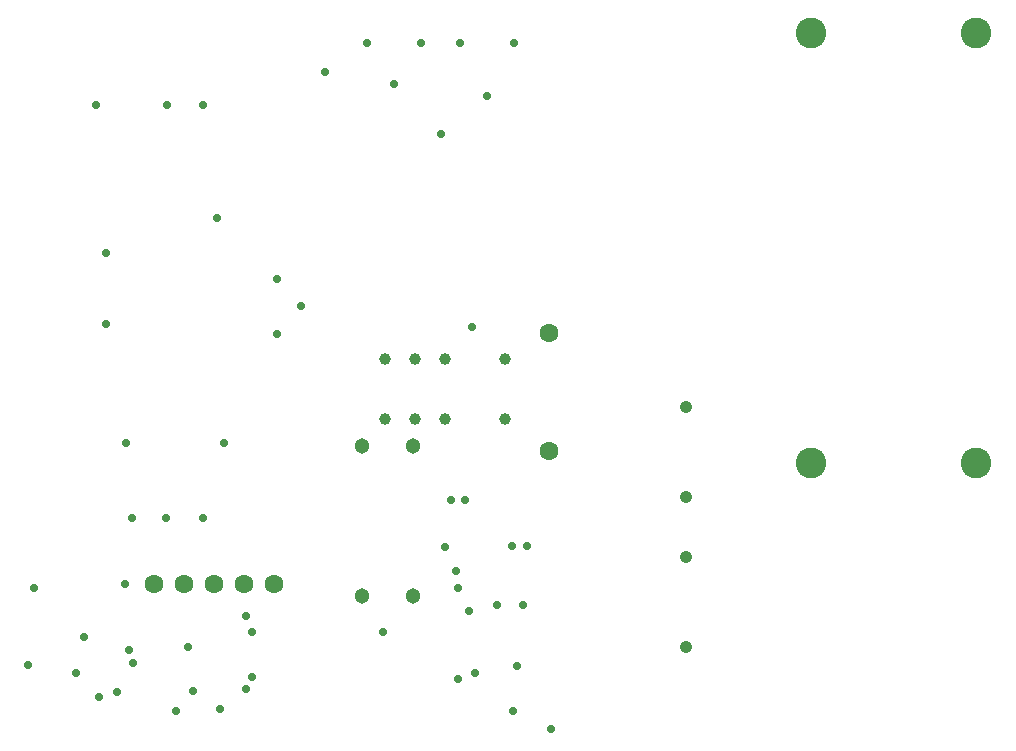
<source format=gbs>
G04*
G04 #@! TF.GenerationSoftware,Altium Limited,Altium Designer,19.0.10 (269)*
G04*
G04 Layer_Color=16711935*
%FSLAX25Y25*%
%MOIN*%
G70*
G01*
G75*
%ADD35C,0.06306*%
%ADD36C,0.04239*%
%ADD37C,0.05124*%
%ADD38C,0.03943*%
%ADD39C,0.10243*%
%ADD40C,0.02762*%
D35*
X132047Y114173D02*
D03*
X122047D02*
D03*
X112047D02*
D03*
X102047D02*
D03*
X92047D02*
D03*
X223831Y197835D02*
D03*
Y158465D02*
D03*
D36*
X269291Y173071D02*
D03*
Y143071D02*
D03*
Y123071D02*
D03*
Y93071D02*
D03*
D37*
X161417Y159961D02*
D03*
Y110118D02*
D03*
X178347Y159961D02*
D03*
Y110118D02*
D03*
D38*
X188993Y189134D02*
D03*
X178992D02*
D03*
X168992D02*
D03*
Y169134D02*
D03*
X178992D02*
D03*
X188993D02*
D03*
X208993D02*
D03*
Y189134D02*
D03*
D39*
X311024Y297638D02*
D03*
Y154331D02*
D03*
X366142D02*
D03*
Y297638D02*
D03*
D40*
X122736Y78937D02*
D03*
X124803Y98051D02*
D03*
X211713Y71653D02*
D03*
X203051Y276772D02*
D03*
X99311Y71653D02*
D03*
X124803Y83051D02*
D03*
X132972Y215846D02*
D03*
X79823Y78051D02*
D03*
X83760Y92224D02*
D03*
X68799Y96457D02*
D03*
X65945Y84252D02*
D03*
X115256Y161024D02*
D03*
X82874D02*
D03*
X172146Y280709D02*
D03*
X73819Y76476D02*
D03*
X108366Y135925D02*
D03*
X75984Y200787D02*
D03*
X96161Y135925D02*
D03*
X50197Y87205D02*
D03*
X193504Y82284D02*
D03*
X140945Y206791D02*
D03*
X132972Y197539D02*
D03*
X85039Y87598D02*
D03*
X103543Y93051D02*
D03*
X113976Y72244D02*
D03*
X82480Y114173D02*
D03*
X84645Y136102D02*
D03*
X75984Y224409D02*
D03*
X108268Y273898D02*
D03*
X96457D02*
D03*
X112992Y236220D02*
D03*
X72834Y273898D02*
D03*
X122835Y103248D02*
D03*
X162992Y294488D02*
D03*
X194095D02*
D03*
X197047Y104921D02*
D03*
X192913Y118504D02*
D03*
X189173Y126378D02*
D03*
X149213Y284744D02*
D03*
X51968Y112598D02*
D03*
X105217Y78543D02*
D03*
X190945Y142126D02*
D03*
X216535Y126772D02*
D03*
X214961Y107087D02*
D03*
X206299D02*
D03*
X193504Y112598D02*
D03*
X168504Y98032D02*
D03*
X224410Y65748D02*
D03*
X212992Y86614D02*
D03*
X199213Y84252D02*
D03*
X212205Y294488D02*
D03*
X181102D02*
D03*
X187598Y263976D02*
D03*
X211417Y126772D02*
D03*
X195669Y142126D02*
D03*
X198031Y199606D02*
D03*
M02*

</source>
